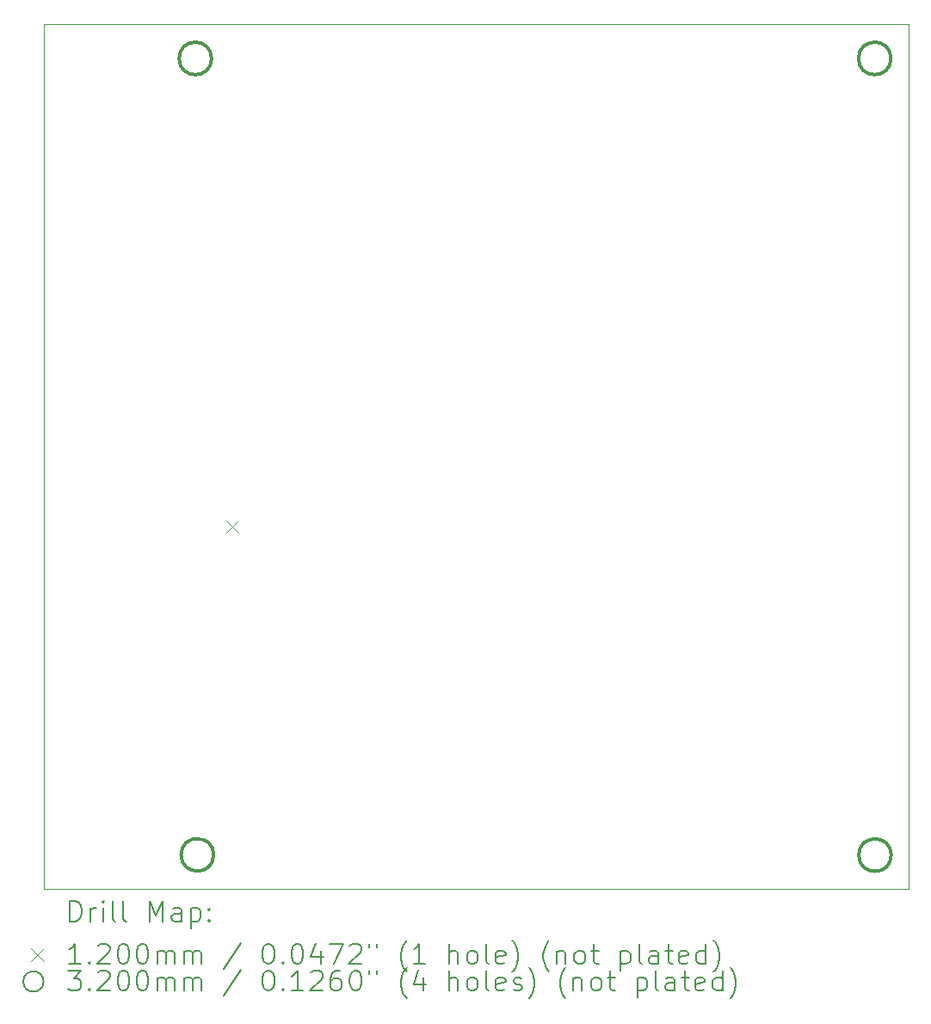
<source format=gbr>
%TF.GenerationSoftware,KiCad,Pcbnew,7.0.9*%
%TF.CreationDate,2024-02-15T16:51:28+05:30*%
%TF.ProjectId,BMS OPAMP,424d5320-4f50-4414-9d50-2e6b69636164,rev?*%
%TF.SameCoordinates,Original*%
%TF.FileFunction,Drillmap*%
%TF.FilePolarity,Positive*%
%FSLAX45Y45*%
G04 Gerber Fmt 4.5, Leading zero omitted, Abs format (unit mm)*
G04 Created by KiCad (PCBNEW 7.0.9) date 2024-02-15 16:51:28*
%MOMM*%
%LPD*%
G01*
G04 APERTURE LIST*
%ADD10C,0.100000*%
%ADD11C,0.200000*%
%ADD12C,0.120000*%
%ADD13C,0.320000*%
G04 APERTURE END LIST*
D10*
X2247900Y-1574800D02*
X10756900Y-1574800D01*
X10756900Y-10083800D01*
X2247900Y-10083800D01*
X2247900Y-1574800D01*
D11*
D12*
X4037200Y-6457500D02*
X4157200Y-6577500D01*
X4157200Y-6457500D02*
X4037200Y-6577500D01*
D13*
X3896340Y-1910080D02*
G75*
G03*
X3896340Y-1910080I-160000J0D01*
G01*
X3916660Y-9745980D02*
G75*
G03*
X3916660Y-9745980I-160000J0D01*
G01*
X10581620Y-1910080D02*
G75*
G03*
X10581620Y-1910080I-160000J0D01*
G01*
X10584160Y-9748520D02*
G75*
G03*
X10584160Y-9748520I-160000J0D01*
G01*
D11*
X2503677Y-10400284D02*
X2503677Y-10200284D01*
X2503677Y-10200284D02*
X2551296Y-10200284D01*
X2551296Y-10200284D02*
X2579867Y-10209808D01*
X2579867Y-10209808D02*
X2598915Y-10228855D01*
X2598915Y-10228855D02*
X2608439Y-10247903D01*
X2608439Y-10247903D02*
X2617963Y-10285998D01*
X2617963Y-10285998D02*
X2617963Y-10314570D01*
X2617963Y-10314570D02*
X2608439Y-10352665D01*
X2608439Y-10352665D02*
X2598915Y-10371712D01*
X2598915Y-10371712D02*
X2579867Y-10390760D01*
X2579867Y-10390760D02*
X2551296Y-10400284D01*
X2551296Y-10400284D02*
X2503677Y-10400284D01*
X2703677Y-10400284D02*
X2703677Y-10266950D01*
X2703677Y-10305046D02*
X2713201Y-10285998D01*
X2713201Y-10285998D02*
X2722724Y-10276474D01*
X2722724Y-10276474D02*
X2741772Y-10266950D01*
X2741772Y-10266950D02*
X2760820Y-10266950D01*
X2827486Y-10400284D02*
X2827486Y-10266950D01*
X2827486Y-10200284D02*
X2817962Y-10209808D01*
X2817962Y-10209808D02*
X2827486Y-10219331D01*
X2827486Y-10219331D02*
X2837010Y-10209808D01*
X2837010Y-10209808D02*
X2827486Y-10200284D01*
X2827486Y-10200284D02*
X2827486Y-10219331D01*
X2951296Y-10400284D02*
X2932248Y-10390760D01*
X2932248Y-10390760D02*
X2922724Y-10371712D01*
X2922724Y-10371712D02*
X2922724Y-10200284D01*
X3056058Y-10400284D02*
X3037010Y-10390760D01*
X3037010Y-10390760D02*
X3027486Y-10371712D01*
X3027486Y-10371712D02*
X3027486Y-10200284D01*
X3284629Y-10400284D02*
X3284629Y-10200284D01*
X3284629Y-10200284D02*
X3351296Y-10343141D01*
X3351296Y-10343141D02*
X3417962Y-10200284D01*
X3417962Y-10200284D02*
X3417962Y-10400284D01*
X3598915Y-10400284D02*
X3598915Y-10295522D01*
X3598915Y-10295522D02*
X3589391Y-10276474D01*
X3589391Y-10276474D02*
X3570343Y-10266950D01*
X3570343Y-10266950D02*
X3532248Y-10266950D01*
X3532248Y-10266950D02*
X3513201Y-10276474D01*
X3598915Y-10390760D02*
X3579867Y-10400284D01*
X3579867Y-10400284D02*
X3532248Y-10400284D01*
X3532248Y-10400284D02*
X3513201Y-10390760D01*
X3513201Y-10390760D02*
X3503677Y-10371712D01*
X3503677Y-10371712D02*
X3503677Y-10352665D01*
X3503677Y-10352665D02*
X3513201Y-10333617D01*
X3513201Y-10333617D02*
X3532248Y-10324093D01*
X3532248Y-10324093D02*
X3579867Y-10324093D01*
X3579867Y-10324093D02*
X3598915Y-10314570D01*
X3694153Y-10266950D02*
X3694153Y-10466950D01*
X3694153Y-10276474D02*
X3713201Y-10266950D01*
X3713201Y-10266950D02*
X3751296Y-10266950D01*
X3751296Y-10266950D02*
X3770343Y-10276474D01*
X3770343Y-10276474D02*
X3779867Y-10285998D01*
X3779867Y-10285998D02*
X3789391Y-10305046D01*
X3789391Y-10305046D02*
X3789391Y-10362189D01*
X3789391Y-10362189D02*
X3779867Y-10381236D01*
X3779867Y-10381236D02*
X3770343Y-10390760D01*
X3770343Y-10390760D02*
X3751296Y-10400284D01*
X3751296Y-10400284D02*
X3713201Y-10400284D01*
X3713201Y-10400284D02*
X3694153Y-10390760D01*
X3875105Y-10381236D02*
X3884629Y-10390760D01*
X3884629Y-10390760D02*
X3875105Y-10400284D01*
X3875105Y-10400284D02*
X3865582Y-10390760D01*
X3865582Y-10390760D02*
X3875105Y-10381236D01*
X3875105Y-10381236D02*
X3875105Y-10400284D01*
X3875105Y-10276474D02*
X3884629Y-10285998D01*
X3884629Y-10285998D02*
X3875105Y-10295522D01*
X3875105Y-10295522D02*
X3865582Y-10285998D01*
X3865582Y-10285998D02*
X3875105Y-10276474D01*
X3875105Y-10276474D02*
X3875105Y-10295522D01*
D12*
X2122900Y-10668800D02*
X2242900Y-10788800D01*
X2242900Y-10668800D02*
X2122900Y-10788800D01*
D11*
X2608439Y-10820284D02*
X2494153Y-10820284D01*
X2551296Y-10820284D02*
X2551296Y-10620284D01*
X2551296Y-10620284D02*
X2532248Y-10648855D01*
X2532248Y-10648855D02*
X2513201Y-10667903D01*
X2513201Y-10667903D02*
X2494153Y-10677427D01*
X2694153Y-10801236D02*
X2703677Y-10810760D01*
X2703677Y-10810760D02*
X2694153Y-10820284D01*
X2694153Y-10820284D02*
X2684629Y-10810760D01*
X2684629Y-10810760D02*
X2694153Y-10801236D01*
X2694153Y-10801236D02*
X2694153Y-10820284D01*
X2779867Y-10639331D02*
X2789391Y-10629808D01*
X2789391Y-10629808D02*
X2808439Y-10620284D01*
X2808439Y-10620284D02*
X2856058Y-10620284D01*
X2856058Y-10620284D02*
X2875105Y-10629808D01*
X2875105Y-10629808D02*
X2884629Y-10639331D01*
X2884629Y-10639331D02*
X2894153Y-10658379D01*
X2894153Y-10658379D02*
X2894153Y-10677427D01*
X2894153Y-10677427D02*
X2884629Y-10705998D01*
X2884629Y-10705998D02*
X2770344Y-10820284D01*
X2770344Y-10820284D02*
X2894153Y-10820284D01*
X3017962Y-10620284D02*
X3037010Y-10620284D01*
X3037010Y-10620284D02*
X3056058Y-10629808D01*
X3056058Y-10629808D02*
X3065582Y-10639331D01*
X3065582Y-10639331D02*
X3075105Y-10658379D01*
X3075105Y-10658379D02*
X3084629Y-10696474D01*
X3084629Y-10696474D02*
X3084629Y-10744093D01*
X3084629Y-10744093D02*
X3075105Y-10782189D01*
X3075105Y-10782189D02*
X3065582Y-10801236D01*
X3065582Y-10801236D02*
X3056058Y-10810760D01*
X3056058Y-10810760D02*
X3037010Y-10820284D01*
X3037010Y-10820284D02*
X3017962Y-10820284D01*
X3017962Y-10820284D02*
X2998915Y-10810760D01*
X2998915Y-10810760D02*
X2989391Y-10801236D01*
X2989391Y-10801236D02*
X2979867Y-10782189D01*
X2979867Y-10782189D02*
X2970343Y-10744093D01*
X2970343Y-10744093D02*
X2970343Y-10696474D01*
X2970343Y-10696474D02*
X2979867Y-10658379D01*
X2979867Y-10658379D02*
X2989391Y-10639331D01*
X2989391Y-10639331D02*
X2998915Y-10629808D01*
X2998915Y-10629808D02*
X3017962Y-10620284D01*
X3208439Y-10620284D02*
X3227486Y-10620284D01*
X3227486Y-10620284D02*
X3246534Y-10629808D01*
X3246534Y-10629808D02*
X3256058Y-10639331D01*
X3256058Y-10639331D02*
X3265582Y-10658379D01*
X3265582Y-10658379D02*
X3275105Y-10696474D01*
X3275105Y-10696474D02*
X3275105Y-10744093D01*
X3275105Y-10744093D02*
X3265582Y-10782189D01*
X3265582Y-10782189D02*
X3256058Y-10801236D01*
X3256058Y-10801236D02*
X3246534Y-10810760D01*
X3246534Y-10810760D02*
X3227486Y-10820284D01*
X3227486Y-10820284D02*
X3208439Y-10820284D01*
X3208439Y-10820284D02*
X3189391Y-10810760D01*
X3189391Y-10810760D02*
X3179867Y-10801236D01*
X3179867Y-10801236D02*
X3170343Y-10782189D01*
X3170343Y-10782189D02*
X3160820Y-10744093D01*
X3160820Y-10744093D02*
X3160820Y-10696474D01*
X3160820Y-10696474D02*
X3170343Y-10658379D01*
X3170343Y-10658379D02*
X3179867Y-10639331D01*
X3179867Y-10639331D02*
X3189391Y-10629808D01*
X3189391Y-10629808D02*
X3208439Y-10620284D01*
X3360820Y-10820284D02*
X3360820Y-10686950D01*
X3360820Y-10705998D02*
X3370343Y-10696474D01*
X3370343Y-10696474D02*
X3389391Y-10686950D01*
X3389391Y-10686950D02*
X3417963Y-10686950D01*
X3417963Y-10686950D02*
X3437010Y-10696474D01*
X3437010Y-10696474D02*
X3446534Y-10715522D01*
X3446534Y-10715522D02*
X3446534Y-10820284D01*
X3446534Y-10715522D02*
X3456058Y-10696474D01*
X3456058Y-10696474D02*
X3475105Y-10686950D01*
X3475105Y-10686950D02*
X3503677Y-10686950D01*
X3503677Y-10686950D02*
X3522724Y-10696474D01*
X3522724Y-10696474D02*
X3532248Y-10715522D01*
X3532248Y-10715522D02*
X3532248Y-10820284D01*
X3627486Y-10820284D02*
X3627486Y-10686950D01*
X3627486Y-10705998D02*
X3637010Y-10696474D01*
X3637010Y-10696474D02*
X3656058Y-10686950D01*
X3656058Y-10686950D02*
X3684629Y-10686950D01*
X3684629Y-10686950D02*
X3703677Y-10696474D01*
X3703677Y-10696474D02*
X3713201Y-10715522D01*
X3713201Y-10715522D02*
X3713201Y-10820284D01*
X3713201Y-10715522D02*
X3722724Y-10696474D01*
X3722724Y-10696474D02*
X3741772Y-10686950D01*
X3741772Y-10686950D02*
X3770343Y-10686950D01*
X3770343Y-10686950D02*
X3789391Y-10696474D01*
X3789391Y-10696474D02*
X3798915Y-10715522D01*
X3798915Y-10715522D02*
X3798915Y-10820284D01*
X4189391Y-10610760D02*
X4017963Y-10867903D01*
X4446534Y-10620284D02*
X4465582Y-10620284D01*
X4465582Y-10620284D02*
X4484629Y-10629808D01*
X4484629Y-10629808D02*
X4494153Y-10639331D01*
X4494153Y-10639331D02*
X4503677Y-10658379D01*
X4503677Y-10658379D02*
X4513201Y-10696474D01*
X4513201Y-10696474D02*
X4513201Y-10744093D01*
X4513201Y-10744093D02*
X4503677Y-10782189D01*
X4503677Y-10782189D02*
X4494153Y-10801236D01*
X4494153Y-10801236D02*
X4484629Y-10810760D01*
X4484629Y-10810760D02*
X4465582Y-10820284D01*
X4465582Y-10820284D02*
X4446534Y-10820284D01*
X4446534Y-10820284D02*
X4427487Y-10810760D01*
X4427487Y-10810760D02*
X4417963Y-10801236D01*
X4417963Y-10801236D02*
X4408439Y-10782189D01*
X4408439Y-10782189D02*
X4398915Y-10744093D01*
X4398915Y-10744093D02*
X4398915Y-10696474D01*
X4398915Y-10696474D02*
X4408439Y-10658379D01*
X4408439Y-10658379D02*
X4417963Y-10639331D01*
X4417963Y-10639331D02*
X4427487Y-10629808D01*
X4427487Y-10629808D02*
X4446534Y-10620284D01*
X4598915Y-10801236D02*
X4608439Y-10810760D01*
X4608439Y-10810760D02*
X4598915Y-10820284D01*
X4598915Y-10820284D02*
X4589391Y-10810760D01*
X4589391Y-10810760D02*
X4598915Y-10801236D01*
X4598915Y-10801236D02*
X4598915Y-10820284D01*
X4732248Y-10620284D02*
X4751296Y-10620284D01*
X4751296Y-10620284D02*
X4770344Y-10629808D01*
X4770344Y-10629808D02*
X4779868Y-10639331D01*
X4779868Y-10639331D02*
X4789391Y-10658379D01*
X4789391Y-10658379D02*
X4798915Y-10696474D01*
X4798915Y-10696474D02*
X4798915Y-10744093D01*
X4798915Y-10744093D02*
X4789391Y-10782189D01*
X4789391Y-10782189D02*
X4779868Y-10801236D01*
X4779868Y-10801236D02*
X4770344Y-10810760D01*
X4770344Y-10810760D02*
X4751296Y-10820284D01*
X4751296Y-10820284D02*
X4732248Y-10820284D01*
X4732248Y-10820284D02*
X4713201Y-10810760D01*
X4713201Y-10810760D02*
X4703677Y-10801236D01*
X4703677Y-10801236D02*
X4694153Y-10782189D01*
X4694153Y-10782189D02*
X4684629Y-10744093D01*
X4684629Y-10744093D02*
X4684629Y-10696474D01*
X4684629Y-10696474D02*
X4694153Y-10658379D01*
X4694153Y-10658379D02*
X4703677Y-10639331D01*
X4703677Y-10639331D02*
X4713201Y-10629808D01*
X4713201Y-10629808D02*
X4732248Y-10620284D01*
X4970344Y-10686950D02*
X4970344Y-10820284D01*
X4922725Y-10610760D02*
X4875106Y-10753617D01*
X4875106Y-10753617D02*
X4998915Y-10753617D01*
X5056058Y-10620284D02*
X5189391Y-10620284D01*
X5189391Y-10620284D02*
X5103677Y-10820284D01*
X5256058Y-10639331D02*
X5265582Y-10629808D01*
X5265582Y-10629808D02*
X5284629Y-10620284D01*
X5284629Y-10620284D02*
X5332249Y-10620284D01*
X5332249Y-10620284D02*
X5351296Y-10629808D01*
X5351296Y-10629808D02*
X5360820Y-10639331D01*
X5360820Y-10639331D02*
X5370344Y-10658379D01*
X5370344Y-10658379D02*
X5370344Y-10677427D01*
X5370344Y-10677427D02*
X5360820Y-10705998D01*
X5360820Y-10705998D02*
X5246534Y-10820284D01*
X5246534Y-10820284D02*
X5370344Y-10820284D01*
X5446534Y-10620284D02*
X5446534Y-10658379D01*
X5522725Y-10620284D02*
X5522725Y-10658379D01*
X5817963Y-10896474D02*
X5808439Y-10886950D01*
X5808439Y-10886950D02*
X5789391Y-10858379D01*
X5789391Y-10858379D02*
X5779868Y-10839331D01*
X5779868Y-10839331D02*
X5770344Y-10810760D01*
X5770344Y-10810760D02*
X5760820Y-10763141D01*
X5760820Y-10763141D02*
X5760820Y-10725046D01*
X5760820Y-10725046D02*
X5770344Y-10677427D01*
X5770344Y-10677427D02*
X5779868Y-10648855D01*
X5779868Y-10648855D02*
X5789391Y-10629808D01*
X5789391Y-10629808D02*
X5808439Y-10601236D01*
X5808439Y-10601236D02*
X5817963Y-10591712D01*
X5998915Y-10820284D02*
X5884629Y-10820284D01*
X5941772Y-10820284D02*
X5941772Y-10620284D01*
X5941772Y-10620284D02*
X5922725Y-10648855D01*
X5922725Y-10648855D02*
X5903677Y-10667903D01*
X5903677Y-10667903D02*
X5884629Y-10677427D01*
X6237010Y-10820284D02*
X6237010Y-10620284D01*
X6322725Y-10820284D02*
X6322725Y-10715522D01*
X6322725Y-10715522D02*
X6313201Y-10696474D01*
X6313201Y-10696474D02*
X6294153Y-10686950D01*
X6294153Y-10686950D02*
X6265582Y-10686950D01*
X6265582Y-10686950D02*
X6246534Y-10696474D01*
X6246534Y-10696474D02*
X6237010Y-10705998D01*
X6446534Y-10820284D02*
X6427487Y-10810760D01*
X6427487Y-10810760D02*
X6417963Y-10801236D01*
X6417963Y-10801236D02*
X6408439Y-10782189D01*
X6408439Y-10782189D02*
X6408439Y-10725046D01*
X6408439Y-10725046D02*
X6417963Y-10705998D01*
X6417963Y-10705998D02*
X6427487Y-10696474D01*
X6427487Y-10696474D02*
X6446534Y-10686950D01*
X6446534Y-10686950D02*
X6475106Y-10686950D01*
X6475106Y-10686950D02*
X6494153Y-10696474D01*
X6494153Y-10696474D02*
X6503677Y-10705998D01*
X6503677Y-10705998D02*
X6513201Y-10725046D01*
X6513201Y-10725046D02*
X6513201Y-10782189D01*
X6513201Y-10782189D02*
X6503677Y-10801236D01*
X6503677Y-10801236D02*
X6494153Y-10810760D01*
X6494153Y-10810760D02*
X6475106Y-10820284D01*
X6475106Y-10820284D02*
X6446534Y-10820284D01*
X6627487Y-10820284D02*
X6608439Y-10810760D01*
X6608439Y-10810760D02*
X6598915Y-10791712D01*
X6598915Y-10791712D02*
X6598915Y-10620284D01*
X6779868Y-10810760D02*
X6760820Y-10820284D01*
X6760820Y-10820284D02*
X6722725Y-10820284D01*
X6722725Y-10820284D02*
X6703677Y-10810760D01*
X6703677Y-10810760D02*
X6694153Y-10791712D01*
X6694153Y-10791712D02*
X6694153Y-10715522D01*
X6694153Y-10715522D02*
X6703677Y-10696474D01*
X6703677Y-10696474D02*
X6722725Y-10686950D01*
X6722725Y-10686950D02*
X6760820Y-10686950D01*
X6760820Y-10686950D02*
X6779868Y-10696474D01*
X6779868Y-10696474D02*
X6789391Y-10715522D01*
X6789391Y-10715522D02*
X6789391Y-10734570D01*
X6789391Y-10734570D02*
X6694153Y-10753617D01*
X6856058Y-10896474D02*
X6865582Y-10886950D01*
X6865582Y-10886950D02*
X6884630Y-10858379D01*
X6884630Y-10858379D02*
X6894153Y-10839331D01*
X6894153Y-10839331D02*
X6903677Y-10810760D01*
X6903677Y-10810760D02*
X6913201Y-10763141D01*
X6913201Y-10763141D02*
X6913201Y-10725046D01*
X6913201Y-10725046D02*
X6903677Y-10677427D01*
X6903677Y-10677427D02*
X6894153Y-10648855D01*
X6894153Y-10648855D02*
X6884630Y-10629808D01*
X6884630Y-10629808D02*
X6865582Y-10601236D01*
X6865582Y-10601236D02*
X6856058Y-10591712D01*
X7217963Y-10896474D02*
X7208439Y-10886950D01*
X7208439Y-10886950D02*
X7189391Y-10858379D01*
X7189391Y-10858379D02*
X7179868Y-10839331D01*
X7179868Y-10839331D02*
X7170344Y-10810760D01*
X7170344Y-10810760D02*
X7160820Y-10763141D01*
X7160820Y-10763141D02*
X7160820Y-10725046D01*
X7160820Y-10725046D02*
X7170344Y-10677427D01*
X7170344Y-10677427D02*
X7179868Y-10648855D01*
X7179868Y-10648855D02*
X7189391Y-10629808D01*
X7189391Y-10629808D02*
X7208439Y-10601236D01*
X7208439Y-10601236D02*
X7217963Y-10591712D01*
X7294153Y-10686950D02*
X7294153Y-10820284D01*
X7294153Y-10705998D02*
X7303677Y-10696474D01*
X7303677Y-10696474D02*
X7322725Y-10686950D01*
X7322725Y-10686950D02*
X7351296Y-10686950D01*
X7351296Y-10686950D02*
X7370344Y-10696474D01*
X7370344Y-10696474D02*
X7379868Y-10715522D01*
X7379868Y-10715522D02*
X7379868Y-10820284D01*
X7503677Y-10820284D02*
X7484630Y-10810760D01*
X7484630Y-10810760D02*
X7475106Y-10801236D01*
X7475106Y-10801236D02*
X7465582Y-10782189D01*
X7465582Y-10782189D02*
X7465582Y-10725046D01*
X7465582Y-10725046D02*
X7475106Y-10705998D01*
X7475106Y-10705998D02*
X7484630Y-10696474D01*
X7484630Y-10696474D02*
X7503677Y-10686950D01*
X7503677Y-10686950D02*
X7532249Y-10686950D01*
X7532249Y-10686950D02*
X7551296Y-10696474D01*
X7551296Y-10696474D02*
X7560820Y-10705998D01*
X7560820Y-10705998D02*
X7570344Y-10725046D01*
X7570344Y-10725046D02*
X7570344Y-10782189D01*
X7570344Y-10782189D02*
X7560820Y-10801236D01*
X7560820Y-10801236D02*
X7551296Y-10810760D01*
X7551296Y-10810760D02*
X7532249Y-10820284D01*
X7532249Y-10820284D02*
X7503677Y-10820284D01*
X7627487Y-10686950D02*
X7703677Y-10686950D01*
X7656058Y-10620284D02*
X7656058Y-10791712D01*
X7656058Y-10791712D02*
X7665582Y-10810760D01*
X7665582Y-10810760D02*
X7684630Y-10820284D01*
X7684630Y-10820284D02*
X7703677Y-10820284D01*
X7922725Y-10686950D02*
X7922725Y-10886950D01*
X7922725Y-10696474D02*
X7941772Y-10686950D01*
X7941772Y-10686950D02*
X7979868Y-10686950D01*
X7979868Y-10686950D02*
X7998915Y-10696474D01*
X7998915Y-10696474D02*
X8008439Y-10705998D01*
X8008439Y-10705998D02*
X8017963Y-10725046D01*
X8017963Y-10725046D02*
X8017963Y-10782189D01*
X8017963Y-10782189D02*
X8008439Y-10801236D01*
X8008439Y-10801236D02*
X7998915Y-10810760D01*
X7998915Y-10810760D02*
X7979868Y-10820284D01*
X7979868Y-10820284D02*
X7941772Y-10820284D01*
X7941772Y-10820284D02*
X7922725Y-10810760D01*
X8132249Y-10820284D02*
X8113201Y-10810760D01*
X8113201Y-10810760D02*
X8103677Y-10791712D01*
X8103677Y-10791712D02*
X8103677Y-10620284D01*
X8294153Y-10820284D02*
X8294153Y-10715522D01*
X8294153Y-10715522D02*
X8284630Y-10696474D01*
X8284630Y-10696474D02*
X8265582Y-10686950D01*
X8265582Y-10686950D02*
X8227487Y-10686950D01*
X8227487Y-10686950D02*
X8208439Y-10696474D01*
X8294153Y-10810760D02*
X8275106Y-10820284D01*
X8275106Y-10820284D02*
X8227487Y-10820284D01*
X8227487Y-10820284D02*
X8208439Y-10810760D01*
X8208439Y-10810760D02*
X8198915Y-10791712D01*
X8198915Y-10791712D02*
X8198915Y-10772665D01*
X8198915Y-10772665D02*
X8208439Y-10753617D01*
X8208439Y-10753617D02*
X8227487Y-10744093D01*
X8227487Y-10744093D02*
X8275106Y-10744093D01*
X8275106Y-10744093D02*
X8294153Y-10734570D01*
X8360820Y-10686950D02*
X8437011Y-10686950D01*
X8389392Y-10620284D02*
X8389392Y-10791712D01*
X8389392Y-10791712D02*
X8398915Y-10810760D01*
X8398915Y-10810760D02*
X8417963Y-10820284D01*
X8417963Y-10820284D02*
X8437011Y-10820284D01*
X8579868Y-10810760D02*
X8560820Y-10820284D01*
X8560820Y-10820284D02*
X8522725Y-10820284D01*
X8522725Y-10820284D02*
X8503677Y-10810760D01*
X8503677Y-10810760D02*
X8494154Y-10791712D01*
X8494154Y-10791712D02*
X8494154Y-10715522D01*
X8494154Y-10715522D02*
X8503677Y-10696474D01*
X8503677Y-10696474D02*
X8522725Y-10686950D01*
X8522725Y-10686950D02*
X8560820Y-10686950D01*
X8560820Y-10686950D02*
X8579868Y-10696474D01*
X8579868Y-10696474D02*
X8589392Y-10715522D01*
X8589392Y-10715522D02*
X8589392Y-10734570D01*
X8589392Y-10734570D02*
X8494154Y-10753617D01*
X8760820Y-10820284D02*
X8760820Y-10620284D01*
X8760820Y-10810760D02*
X8741773Y-10820284D01*
X8741773Y-10820284D02*
X8703677Y-10820284D01*
X8703677Y-10820284D02*
X8684630Y-10810760D01*
X8684630Y-10810760D02*
X8675106Y-10801236D01*
X8675106Y-10801236D02*
X8665582Y-10782189D01*
X8665582Y-10782189D02*
X8665582Y-10725046D01*
X8665582Y-10725046D02*
X8675106Y-10705998D01*
X8675106Y-10705998D02*
X8684630Y-10696474D01*
X8684630Y-10696474D02*
X8703677Y-10686950D01*
X8703677Y-10686950D02*
X8741773Y-10686950D01*
X8741773Y-10686950D02*
X8760820Y-10696474D01*
X8837011Y-10896474D02*
X8846535Y-10886950D01*
X8846535Y-10886950D02*
X8865582Y-10858379D01*
X8865582Y-10858379D02*
X8875106Y-10839331D01*
X8875106Y-10839331D02*
X8884630Y-10810760D01*
X8884630Y-10810760D02*
X8894154Y-10763141D01*
X8894154Y-10763141D02*
X8894154Y-10725046D01*
X8894154Y-10725046D02*
X8884630Y-10677427D01*
X8884630Y-10677427D02*
X8875106Y-10648855D01*
X8875106Y-10648855D02*
X8865582Y-10629808D01*
X8865582Y-10629808D02*
X8846535Y-10601236D01*
X8846535Y-10601236D02*
X8837011Y-10591712D01*
X2242900Y-10992800D02*
G75*
G03*
X2242900Y-10992800I-100000J0D01*
G01*
X2484629Y-10884284D02*
X2608439Y-10884284D01*
X2608439Y-10884284D02*
X2541772Y-10960474D01*
X2541772Y-10960474D02*
X2570344Y-10960474D01*
X2570344Y-10960474D02*
X2589391Y-10969998D01*
X2589391Y-10969998D02*
X2598915Y-10979522D01*
X2598915Y-10979522D02*
X2608439Y-10998570D01*
X2608439Y-10998570D02*
X2608439Y-11046189D01*
X2608439Y-11046189D02*
X2598915Y-11065236D01*
X2598915Y-11065236D02*
X2589391Y-11074760D01*
X2589391Y-11074760D02*
X2570344Y-11084284D01*
X2570344Y-11084284D02*
X2513201Y-11084284D01*
X2513201Y-11084284D02*
X2494153Y-11074760D01*
X2494153Y-11074760D02*
X2484629Y-11065236D01*
X2694153Y-11065236D02*
X2703677Y-11074760D01*
X2703677Y-11074760D02*
X2694153Y-11084284D01*
X2694153Y-11084284D02*
X2684629Y-11074760D01*
X2684629Y-11074760D02*
X2694153Y-11065236D01*
X2694153Y-11065236D02*
X2694153Y-11084284D01*
X2779867Y-10903331D02*
X2789391Y-10893808D01*
X2789391Y-10893808D02*
X2808439Y-10884284D01*
X2808439Y-10884284D02*
X2856058Y-10884284D01*
X2856058Y-10884284D02*
X2875105Y-10893808D01*
X2875105Y-10893808D02*
X2884629Y-10903331D01*
X2884629Y-10903331D02*
X2894153Y-10922379D01*
X2894153Y-10922379D02*
X2894153Y-10941427D01*
X2894153Y-10941427D02*
X2884629Y-10969998D01*
X2884629Y-10969998D02*
X2770344Y-11084284D01*
X2770344Y-11084284D02*
X2894153Y-11084284D01*
X3017962Y-10884284D02*
X3037010Y-10884284D01*
X3037010Y-10884284D02*
X3056058Y-10893808D01*
X3056058Y-10893808D02*
X3065582Y-10903331D01*
X3065582Y-10903331D02*
X3075105Y-10922379D01*
X3075105Y-10922379D02*
X3084629Y-10960474D01*
X3084629Y-10960474D02*
X3084629Y-11008093D01*
X3084629Y-11008093D02*
X3075105Y-11046189D01*
X3075105Y-11046189D02*
X3065582Y-11065236D01*
X3065582Y-11065236D02*
X3056058Y-11074760D01*
X3056058Y-11074760D02*
X3037010Y-11084284D01*
X3037010Y-11084284D02*
X3017962Y-11084284D01*
X3017962Y-11084284D02*
X2998915Y-11074760D01*
X2998915Y-11074760D02*
X2989391Y-11065236D01*
X2989391Y-11065236D02*
X2979867Y-11046189D01*
X2979867Y-11046189D02*
X2970343Y-11008093D01*
X2970343Y-11008093D02*
X2970343Y-10960474D01*
X2970343Y-10960474D02*
X2979867Y-10922379D01*
X2979867Y-10922379D02*
X2989391Y-10903331D01*
X2989391Y-10903331D02*
X2998915Y-10893808D01*
X2998915Y-10893808D02*
X3017962Y-10884284D01*
X3208439Y-10884284D02*
X3227486Y-10884284D01*
X3227486Y-10884284D02*
X3246534Y-10893808D01*
X3246534Y-10893808D02*
X3256058Y-10903331D01*
X3256058Y-10903331D02*
X3265582Y-10922379D01*
X3265582Y-10922379D02*
X3275105Y-10960474D01*
X3275105Y-10960474D02*
X3275105Y-11008093D01*
X3275105Y-11008093D02*
X3265582Y-11046189D01*
X3265582Y-11046189D02*
X3256058Y-11065236D01*
X3256058Y-11065236D02*
X3246534Y-11074760D01*
X3246534Y-11074760D02*
X3227486Y-11084284D01*
X3227486Y-11084284D02*
X3208439Y-11084284D01*
X3208439Y-11084284D02*
X3189391Y-11074760D01*
X3189391Y-11074760D02*
X3179867Y-11065236D01*
X3179867Y-11065236D02*
X3170343Y-11046189D01*
X3170343Y-11046189D02*
X3160820Y-11008093D01*
X3160820Y-11008093D02*
X3160820Y-10960474D01*
X3160820Y-10960474D02*
X3170343Y-10922379D01*
X3170343Y-10922379D02*
X3179867Y-10903331D01*
X3179867Y-10903331D02*
X3189391Y-10893808D01*
X3189391Y-10893808D02*
X3208439Y-10884284D01*
X3360820Y-11084284D02*
X3360820Y-10950950D01*
X3360820Y-10969998D02*
X3370343Y-10960474D01*
X3370343Y-10960474D02*
X3389391Y-10950950D01*
X3389391Y-10950950D02*
X3417963Y-10950950D01*
X3417963Y-10950950D02*
X3437010Y-10960474D01*
X3437010Y-10960474D02*
X3446534Y-10979522D01*
X3446534Y-10979522D02*
X3446534Y-11084284D01*
X3446534Y-10979522D02*
X3456058Y-10960474D01*
X3456058Y-10960474D02*
X3475105Y-10950950D01*
X3475105Y-10950950D02*
X3503677Y-10950950D01*
X3503677Y-10950950D02*
X3522724Y-10960474D01*
X3522724Y-10960474D02*
X3532248Y-10979522D01*
X3532248Y-10979522D02*
X3532248Y-11084284D01*
X3627486Y-11084284D02*
X3627486Y-10950950D01*
X3627486Y-10969998D02*
X3637010Y-10960474D01*
X3637010Y-10960474D02*
X3656058Y-10950950D01*
X3656058Y-10950950D02*
X3684629Y-10950950D01*
X3684629Y-10950950D02*
X3703677Y-10960474D01*
X3703677Y-10960474D02*
X3713201Y-10979522D01*
X3713201Y-10979522D02*
X3713201Y-11084284D01*
X3713201Y-10979522D02*
X3722724Y-10960474D01*
X3722724Y-10960474D02*
X3741772Y-10950950D01*
X3741772Y-10950950D02*
X3770343Y-10950950D01*
X3770343Y-10950950D02*
X3789391Y-10960474D01*
X3789391Y-10960474D02*
X3798915Y-10979522D01*
X3798915Y-10979522D02*
X3798915Y-11084284D01*
X4189391Y-10874760D02*
X4017963Y-11131903D01*
X4446534Y-10884284D02*
X4465582Y-10884284D01*
X4465582Y-10884284D02*
X4484629Y-10893808D01*
X4484629Y-10893808D02*
X4494153Y-10903331D01*
X4494153Y-10903331D02*
X4503677Y-10922379D01*
X4503677Y-10922379D02*
X4513201Y-10960474D01*
X4513201Y-10960474D02*
X4513201Y-11008093D01*
X4513201Y-11008093D02*
X4503677Y-11046189D01*
X4503677Y-11046189D02*
X4494153Y-11065236D01*
X4494153Y-11065236D02*
X4484629Y-11074760D01*
X4484629Y-11074760D02*
X4465582Y-11084284D01*
X4465582Y-11084284D02*
X4446534Y-11084284D01*
X4446534Y-11084284D02*
X4427487Y-11074760D01*
X4427487Y-11074760D02*
X4417963Y-11065236D01*
X4417963Y-11065236D02*
X4408439Y-11046189D01*
X4408439Y-11046189D02*
X4398915Y-11008093D01*
X4398915Y-11008093D02*
X4398915Y-10960474D01*
X4398915Y-10960474D02*
X4408439Y-10922379D01*
X4408439Y-10922379D02*
X4417963Y-10903331D01*
X4417963Y-10903331D02*
X4427487Y-10893808D01*
X4427487Y-10893808D02*
X4446534Y-10884284D01*
X4598915Y-11065236D02*
X4608439Y-11074760D01*
X4608439Y-11074760D02*
X4598915Y-11084284D01*
X4598915Y-11084284D02*
X4589391Y-11074760D01*
X4589391Y-11074760D02*
X4598915Y-11065236D01*
X4598915Y-11065236D02*
X4598915Y-11084284D01*
X4798915Y-11084284D02*
X4684629Y-11084284D01*
X4741772Y-11084284D02*
X4741772Y-10884284D01*
X4741772Y-10884284D02*
X4722725Y-10912855D01*
X4722725Y-10912855D02*
X4703677Y-10931903D01*
X4703677Y-10931903D02*
X4684629Y-10941427D01*
X4875106Y-10903331D02*
X4884629Y-10893808D01*
X4884629Y-10893808D02*
X4903677Y-10884284D01*
X4903677Y-10884284D02*
X4951296Y-10884284D01*
X4951296Y-10884284D02*
X4970344Y-10893808D01*
X4970344Y-10893808D02*
X4979868Y-10903331D01*
X4979868Y-10903331D02*
X4989391Y-10922379D01*
X4989391Y-10922379D02*
X4989391Y-10941427D01*
X4989391Y-10941427D02*
X4979868Y-10969998D01*
X4979868Y-10969998D02*
X4865582Y-11084284D01*
X4865582Y-11084284D02*
X4989391Y-11084284D01*
X5160820Y-10884284D02*
X5122725Y-10884284D01*
X5122725Y-10884284D02*
X5103677Y-10893808D01*
X5103677Y-10893808D02*
X5094153Y-10903331D01*
X5094153Y-10903331D02*
X5075106Y-10931903D01*
X5075106Y-10931903D02*
X5065582Y-10969998D01*
X5065582Y-10969998D02*
X5065582Y-11046189D01*
X5065582Y-11046189D02*
X5075106Y-11065236D01*
X5075106Y-11065236D02*
X5084629Y-11074760D01*
X5084629Y-11074760D02*
X5103677Y-11084284D01*
X5103677Y-11084284D02*
X5141772Y-11084284D01*
X5141772Y-11084284D02*
X5160820Y-11074760D01*
X5160820Y-11074760D02*
X5170344Y-11065236D01*
X5170344Y-11065236D02*
X5179868Y-11046189D01*
X5179868Y-11046189D02*
X5179868Y-10998570D01*
X5179868Y-10998570D02*
X5170344Y-10979522D01*
X5170344Y-10979522D02*
X5160820Y-10969998D01*
X5160820Y-10969998D02*
X5141772Y-10960474D01*
X5141772Y-10960474D02*
X5103677Y-10960474D01*
X5103677Y-10960474D02*
X5084629Y-10969998D01*
X5084629Y-10969998D02*
X5075106Y-10979522D01*
X5075106Y-10979522D02*
X5065582Y-10998570D01*
X5303677Y-10884284D02*
X5322725Y-10884284D01*
X5322725Y-10884284D02*
X5341772Y-10893808D01*
X5341772Y-10893808D02*
X5351296Y-10903331D01*
X5351296Y-10903331D02*
X5360820Y-10922379D01*
X5360820Y-10922379D02*
X5370344Y-10960474D01*
X5370344Y-10960474D02*
X5370344Y-11008093D01*
X5370344Y-11008093D02*
X5360820Y-11046189D01*
X5360820Y-11046189D02*
X5351296Y-11065236D01*
X5351296Y-11065236D02*
X5341772Y-11074760D01*
X5341772Y-11074760D02*
X5322725Y-11084284D01*
X5322725Y-11084284D02*
X5303677Y-11084284D01*
X5303677Y-11084284D02*
X5284629Y-11074760D01*
X5284629Y-11074760D02*
X5275106Y-11065236D01*
X5275106Y-11065236D02*
X5265582Y-11046189D01*
X5265582Y-11046189D02*
X5256058Y-11008093D01*
X5256058Y-11008093D02*
X5256058Y-10960474D01*
X5256058Y-10960474D02*
X5265582Y-10922379D01*
X5265582Y-10922379D02*
X5275106Y-10903331D01*
X5275106Y-10903331D02*
X5284629Y-10893808D01*
X5284629Y-10893808D02*
X5303677Y-10884284D01*
X5446534Y-10884284D02*
X5446534Y-10922379D01*
X5522725Y-10884284D02*
X5522725Y-10922379D01*
X5817963Y-11160474D02*
X5808439Y-11150950D01*
X5808439Y-11150950D02*
X5789391Y-11122379D01*
X5789391Y-11122379D02*
X5779868Y-11103331D01*
X5779868Y-11103331D02*
X5770344Y-11074760D01*
X5770344Y-11074760D02*
X5760820Y-11027141D01*
X5760820Y-11027141D02*
X5760820Y-10989046D01*
X5760820Y-10989046D02*
X5770344Y-10941427D01*
X5770344Y-10941427D02*
X5779868Y-10912855D01*
X5779868Y-10912855D02*
X5789391Y-10893808D01*
X5789391Y-10893808D02*
X5808439Y-10865236D01*
X5808439Y-10865236D02*
X5817963Y-10855712D01*
X5979868Y-10950950D02*
X5979868Y-11084284D01*
X5932248Y-10874760D02*
X5884629Y-11017617D01*
X5884629Y-11017617D02*
X6008439Y-11017617D01*
X6237010Y-11084284D02*
X6237010Y-10884284D01*
X6322725Y-11084284D02*
X6322725Y-10979522D01*
X6322725Y-10979522D02*
X6313201Y-10960474D01*
X6313201Y-10960474D02*
X6294153Y-10950950D01*
X6294153Y-10950950D02*
X6265582Y-10950950D01*
X6265582Y-10950950D02*
X6246534Y-10960474D01*
X6246534Y-10960474D02*
X6237010Y-10969998D01*
X6446534Y-11084284D02*
X6427487Y-11074760D01*
X6427487Y-11074760D02*
X6417963Y-11065236D01*
X6417963Y-11065236D02*
X6408439Y-11046189D01*
X6408439Y-11046189D02*
X6408439Y-10989046D01*
X6408439Y-10989046D02*
X6417963Y-10969998D01*
X6417963Y-10969998D02*
X6427487Y-10960474D01*
X6427487Y-10960474D02*
X6446534Y-10950950D01*
X6446534Y-10950950D02*
X6475106Y-10950950D01*
X6475106Y-10950950D02*
X6494153Y-10960474D01*
X6494153Y-10960474D02*
X6503677Y-10969998D01*
X6503677Y-10969998D02*
X6513201Y-10989046D01*
X6513201Y-10989046D02*
X6513201Y-11046189D01*
X6513201Y-11046189D02*
X6503677Y-11065236D01*
X6503677Y-11065236D02*
X6494153Y-11074760D01*
X6494153Y-11074760D02*
X6475106Y-11084284D01*
X6475106Y-11084284D02*
X6446534Y-11084284D01*
X6627487Y-11084284D02*
X6608439Y-11074760D01*
X6608439Y-11074760D02*
X6598915Y-11055712D01*
X6598915Y-11055712D02*
X6598915Y-10884284D01*
X6779868Y-11074760D02*
X6760820Y-11084284D01*
X6760820Y-11084284D02*
X6722725Y-11084284D01*
X6722725Y-11084284D02*
X6703677Y-11074760D01*
X6703677Y-11074760D02*
X6694153Y-11055712D01*
X6694153Y-11055712D02*
X6694153Y-10979522D01*
X6694153Y-10979522D02*
X6703677Y-10960474D01*
X6703677Y-10960474D02*
X6722725Y-10950950D01*
X6722725Y-10950950D02*
X6760820Y-10950950D01*
X6760820Y-10950950D02*
X6779868Y-10960474D01*
X6779868Y-10960474D02*
X6789391Y-10979522D01*
X6789391Y-10979522D02*
X6789391Y-10998570D01*
X6789391Y-10998570D02*
X6694153Y-11017617D01*
X6865582Y-11074760D02*
X6884630Y-11084284D01*
X6884630Y-11084284D02*
X6922725Y-11084284D01*
X6922725Y-11084284D02*
X6941772Y-11074760D01*
X6941772Y-11074760D02*
X6951296Y-11055712D01*
X6951296Y-11055712D02*
X6951296Y-11046189D01*
X6951296Y-11046189D02*
X6941772Y-11027141D01*
X6941772Y-11027141D02*
X6922725Y-11017617D01*
X6922725Y-11017617D02*
X6894153Y-11017617D01*
X6894153Y-11017617D02*
X6875106Y-11008093D01*
X6875106Y-11008093D02*
X6865582Y-10989046D01*
X6865582Y-10989046D02*
X6865582Y-10979522D01*
X6865582Y-10979522D02*
X6875106Y-10960474D01*
X6875106Y-10960474D02*
X6894153Y-10950950D01*
X6894153Y-10950950D02*
X6922725Y-10950950D01*
X6922725Y-10950950D02*
X6941772Y-10960474D01*
X7017963Y-11160474D02*
X7027487Y-11150950D01*
X7027487Y-11150950D02*
X7046534Y-11122379D01*
X7046534Y-11122379D02*
X7056058Y-11103331D01*
X7056058Y-11103331D02*
X7065582Y-11074760D01*
X7065582Y-11074760D02*
X7075106Y-11027141D01*
X7075106Y-11027141D02*
X7075106Y-10989046D01*
X7075106Y-10989046D02*
X7065582Y-10941427D01*
X7065582Y-10941427D02*
X7056058Y-10912855D01*
X7056058Y-10912855D02*
X7046534Y-10893808D01*
X7046534Y-10893808D02*
X7027487Y-10865236D01*
X7027487Y-10865236D02*
X7017963Y-10855712D01*
X7379868Y-11160474D02*
X7370344Y-11150950D01*
X7370344Y-11150950D02*
X7351296Y-11122379D01*
X7351296Y-11122379D02*
X7341772Y-11103331D01*
X7341772Y-11103331D02*
X7332249Y-11074760D01*
X7332249Y-11074760D02*
X7322725Y-11027141D01*
X7322725Y-11027141D02*
X7322725Y-10989046D01*
X7322725Y-10989046D02*
X7332249Y-10941427D01*
X7332249Y-10941427D02*
X7341772Y-10912855D01*
X7341772Y-10912855D02*
X7351296Y-10893808D01*
X7351296Y-10893808D02*
X7370344Y-10865236D01*
X7370344Y-10865236D02*
X7379868Y-10855712D01*
X7456058Y-10950950D02*
X7456058Y-11084284D01*
X7456058Y-10969998D02*
X7465582Y-10960474D01*
X7465582Y-10960474D02*
X7484630Y-10950950D01*
X7484630Y-10950950D02*
X7513201Y-10950950D01*
X7513201Y-10950950D02*
X7532249Y-10960474D01*
X7532249Y-10960474D02*
X7541772Y-10979522D01*
X7541772Y-10979522D02*
X7541772Y-11084284D01*
X7665582Y-11084284D02*
X7646534Y-11074760D01*
X7646534Y-11074760D02*
X7637011Y-11065236D01*
X7637011Y-11065236D02*
X7627487Y-11046189D01*
X7627487Y-11046189D02*
X7627487Y-10989046D01*
X7627487Y-10989046D02*
X7637011Y-10969998D01*
X7637011Y-10969998D02*
X7646534Y-10960474D01*
X7646534Y-10960474D02*
X7665582Y-10950950D01*
X7665582Y-10950950D02*
X7694153Y-10950950D01*
X7694153Y-10950950D02*
X7713201Y-10960474D01*
X7713201Y-10960474D02*
X7722725Y-10969998D01*
X7722725Y-10969998D02*
X7732249Y-10989046D01*
X7732249Y-10989046D02*
X7732249Y-11046189D01*
X7732249Y-11046189D02*
X7722725Y-11065236D01*
X7722725Y-11065236D02*
X7713201Y-11074760D01*
X7713201Y-11074760D02*
X7694153Y-11084284D01*
X7694153Y-11084284D02*
X7665582Y-11084284D01*
X7789392Y-10950950D02*
X7865582Y-10950950D01*
X7817963Y-10884284D02*
X7817963Y-11055712D01*
X7817963Y-11055712D02*
X7827487Y-11074760D01*
X7827487Y-11074760D02*
X7846534Y-11084284D01*
X7846534Y-11084284D02*
X7865582Y-11084284D01*
X8084630Y-10950950D02*
X8084630Y-11150950D01*
X8084630Y-10960474D02*
X8103677Y-10950950D01*
X8103677Y-10950950D02*
X8141773Y-10950950D01*
X8141773Y-10950950D02*
X8160820Y-10960474D01*
X8160820Y-10960474D02*
X8170344Y-10969998D01*
X8170344Y-10969998D02*
X8179868Y-10989046D01*
X8179868Y-10989046D02*
X8179868Y-11046189D01*
X8179868Y-11046189D02*
X8170344Y-11065236D01*
X8170344Y-11065236D02*
X8160820Y-11074760D01*
X8160820Y-11074760D02*
X8141773Y-11084284D01*
X8141773Y-11084284D02*
X8103677Y-11084284D01*
X8103677Y-11084284D02*
X8084630Y-11074760D01*
X8294153Y-11084284D02*
X8275106Y-11074760D01*
X8275106Y-11074760D02*
X8265582Y-11055712D01*
X8265582Y-11055712D02*
X8265582Y-10884284D01*
X8456058Y-11084284D02*
X8456058Y-10979522D01*
X8456058Y-10979522D02*
X8446535Y-10960474D01*
X8446535Y-10960474D02*
X8427487Y-10950950D01*
X8427487Y-10950950D02*
X8389392Y-10950950D01*
X8389392Y-10950950D02*
X8370344Y-10960474D01*
X8456058Y-11074760D02*
X8437011Y-11084284D01*
X8437011Y-11084284D02*
X8389392Y-11084284D01*
X8389392Y-11084284D02*
X8370344Y-11074760D01*
X8370344Y-11074760D02*
X8360820Y-11055712D01*
X8360820Y-11055712D02*
X8360820Y-11036665D01*
X8360820Y-11036665D02*
X8370344Y-11017617D01*
X8370344Y-11017617D02*
X8389392Y-11008093D01*
X8389392Y-11008093D02*
X8437011Y-11008093D01*
X8437011Y-11008093D02*
X8456058Y-10998570D01*
X8522725Y-10950950D02*
X8598915Y-10950950D01*
X8551296Y-10884284D02*
X8551296Y-11055712D01*
X8551296Y-11055712D02*
X8560820Y-11074760D01*
X8560820Y-11074760D02*
X8579868Y-11084284D01*
X8579868Y-11084284D02*
X8598915Y-11084284D01*
X8741773Y-11074760D02*
X8722725Y-11084284D01*
X8722725Y-11084284D02*
X8684630Y-11084284D01*
X8684630Y-11084284D02*
X8665582Y-11074760D01*
X8665582Y-11074760D02*
X8656058Y-11055712D01*
X8656058Y-11055712D02*
X8656058Y-10979522D01*
X8656058Y-10979522D02*
X8665582Y-10960474D01*
X8665582Y-10960474D02*
X8684630Y-10950950D01*
X8684630Y-10950950D02*
X8722725Y-10950950D01*
X8722725Y-10950950D02*
X8741773Y-10960474D01*
X8741773Y-10960474D02*
X8751296Y-10979522D01*
X8751296Y-10979522D02*
X8751296Y-10998570D01*
X8751296Y-10998570D02*
X8656058Y-11017617D01*
X8922725Y-11084284D02*
X8922725Y-10884284D01*
X8922725Y-11074760D02*
X8903677Y-11084284D01*
X8903677Y-11084284D02*
X8865582Y-11084284D01*
X8865582Y-11084284D02*
X8846535Y-11074760D01*
X8846535Y-11074760D02*
X8837011Y-11065236D01*
X8837011Y-11065236D02*
X8827487Y-11046189D01*
X8827487Y-11046189D02*
X8827487Y-10989046D01*
X8827487Y-10989046D02*
X8837011Y-10969998D01*
X8837011Y-10969998D02*
X8846535Y-10960474D01*
X8846535Y-10960474D02*
X8865582Y-10950950D01*
X8865582Y-10950950D02*
X8903677Y-10950950D01*
X8903677Y-10950950D02*
X8922725Y-10960474D01*
X8998916Y-11160474D02*
X9008439Y-11150950D01*
X9008439Y-11150950D02*
X9027487Y-11122379D01*
X9027487Y-11122379D02*
X9037011Y-11103331D01*
X9037011Y-11103331D02*
X9046535Y-11074760D01*
X9046535Y-11074760D02*
X9056058Y-11027141D01*
X9056058Y-11027141D02*
X9056058Y-10989046D01*
X9056058Y-10989046D02*
X9046535Y-10941427D01*
X9046535Y-10941427D02*
X9037011Y-10912855D01*
X9037011Y-10912855D02*
X9027487Y-10893808D01*
X9027487Y-10893808D02*
X9008439Y-10865236D01*
X9008439Y-10865236D02*
X8998916Y-10855712D01*
M02*

</source>
